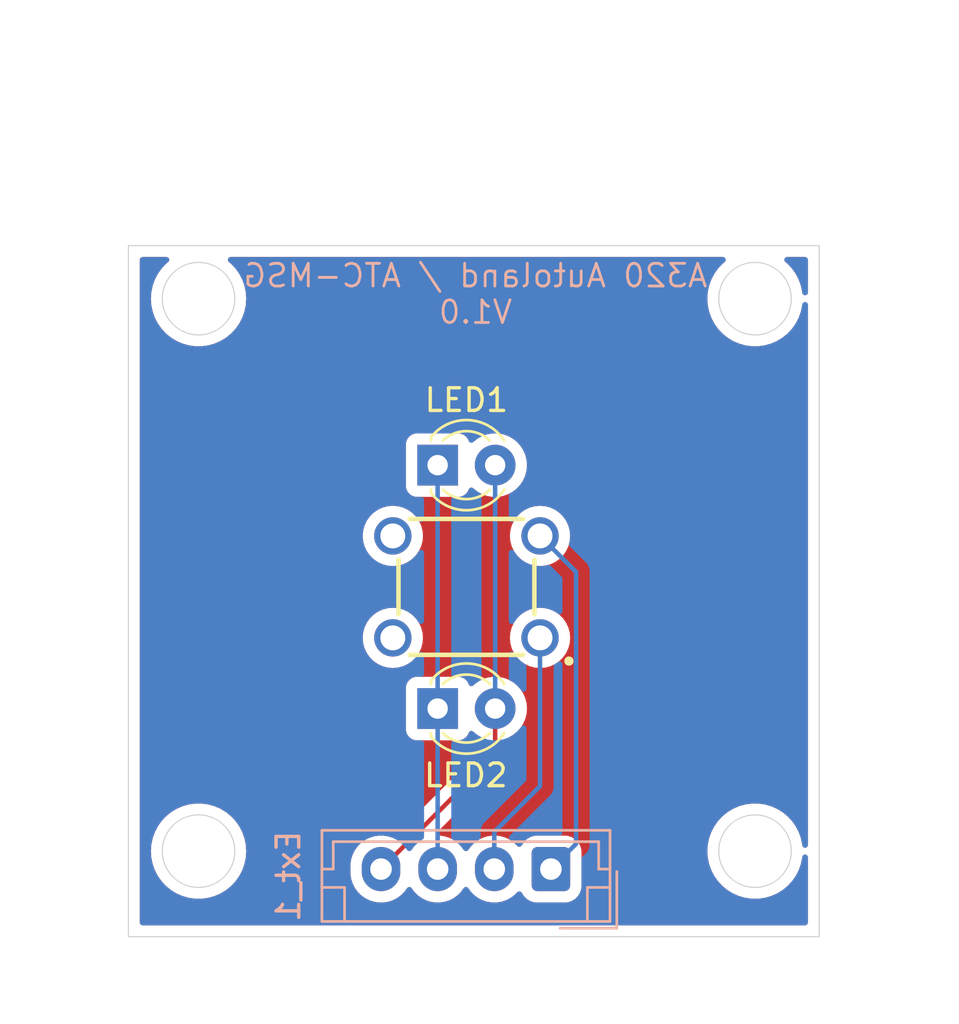
<source format=kicad_pcb>
(kicad_pcb (version 20240108) (generator "pcbnew") (generator_version "8.0")
  (title_block (title "A320 Autoland / ATC-MSG") (date "2024-11-18") (rev "V1.0") (company "S.K.") (comment 1 "Used on Warning left and right as Autoland and ATC-MSG"))
  (layers (0 "F.Cu" signal) (31 "B.Cu" signal) (34 "B.Paste" user) (35 "F.Paste" user) (36 "B.SilkS" user "B.Silkscreen") (37 "F.SilkS" user "F.Silkscreen") (38 "B.Mask" user) (39 "F.Mask" user) (44 "Edge.Cuts" user))
  (net 0 "")
  (net 1 "Net-(Ext_1-Pin_4)")
  (net 2 "Net-(Ext_1-Pin_2)")
  (net 3 "Net-(Ext_1-Pin_3)")
  (net 4 "Net-(Ext_1-Pin_1)")
  (footprint "LED_THT:LED_D3.0mm" (layer "F.Cu") (at 101.42 58.6379)
    (property "Reference" "LED1" (at 1.27 -2.8702 0) (layer "F.SilkS"))
    (property "Value" "Red" (hide yes))
    (fp_line (start -0.29 -1.236) (end -0.29 -1.08) (stroke (width 0.12)) (layer "F.SilkS"))
    (fp_line (start -0.29 1.08) (end -0.29 1.236) (stroke (width 0.12)) (layer "F.SilkS"))
    (fp_arc (start -0.29 -1.235516) (mid 1.366487 -1.987659) (end 2.942335 -1.078608) (stroke (width 0.12)) (layer "F.SilkS"))
    (fp_arc (start 0.229039 -1.08) (mid 1.270117 -1.5) (end 2.31113 -1.079837) (stroke (width 0.12)) (layer "F.SilkS"))
    (fp_arc (start 2.31113 1.079837) (mid 1.270117 1.5) (end 0.229039 1.08) (stroke (width 0.12)) (layer "F.SilkS"))
    (fp_arc (start 2.942335 1.078608) (mid 1.366487 1.987659) (end -0.29 1.235516) (stroke (width 0.12)) (layer "F.SilkS"))
    (pad "1" thru_hole rect (at 0 0) (size 1.8 1.8) (drill 0.9) (layers "*.Cu" "*.Mask") (net 3 "Net-(Ext_1-Pin_3)"))
    (pad "2" thru_hole circle (at 2.54 0) (size 1.8 1.8) (drill 0.9) (layers "*.Cu" "*.Mask") (net 1 "Net-(Ext_1-Pin_4)"))
  )
  (footprint "LED_THT:LED_D3.0mm" (layer "F.Cu") (at 101.42 69.3821)
    (property "Reference" "LED2" (at 1.2446 2.9464 0) (layer "F.SilkS"))
    (property "Value" "Red" (hide yes))
    (fp_line (start -0.29 -1.236) (end -0.29 -1.08) (stroke (width 0.12)) (layer "F.SilkS"))
    (fp_line (start -0.29 1.08) (end -0.29 1.236) (stroke (width 0.12)) (layer "F.SilkS"))
    (fp_arc (start -0.29 -1.235516) (mid 1.366487 -1.987659) (end 2.942335 -1.078608) (stroke (width 0.12)) (layer "F.SilkS"))
    (fp_arc (start 0.229039 -1.08) (mid 1.270117 -1.5) (end 2.31113 -1.079837) (stroke (width 0.12)) (layer "F.SilkS"))
    (fp_arc (start 2.31113 1.079837) (mid 1.270117 1.5) (end 0.229039 1.08) (stroke (width 0.12)) (layer "F.SilkS"))
    (fp_arc (start 2.942335 1.078608) (mid 1.366487 1.987659) (end -0.29 1.235516) (stroke (width 0.12)) (layer "F.SilkS"))
    (pad "1" thru_hole rect (at 0 0) (size 1.8 1.8) (drill 0.9) (layers "*.Cu" "*.Mask") (net 3 "Net-(Ext_1-Pin_3)"))
    (pad "2" thru_hole circle (at 2.54 0) (size 1.8 1.8) (drill 0.9) (layers "*.Cu" "*.Mask") (net 1 "Net-(Ext_1-Pin_4)"))
  )
  (footprint "SamacSys_Parts:B3F1000" (layer "F.Cu") (at 102.6912 64.0121)
    (property "Reference" "SW_1" (hide yes))
    (property "Value" "B3F-1055" (hide yes))
    (fp_line (start -3 -1.2) (end -3 1.2) (stroke (width 0.2)) (layer "F.SilkS"))
    (fp_line (start -2.5 -3) (end 2.5 -3) (stroke (width 0.2)) (layer "F.SilkS"))
    (fp_line (start -2.5 3) (end 2.5 3) (stroke (width 0.2)) (layer "F.SilkS"))
    (fp_line (start 3 -1.2) (end 3 1.2) (stroke (width 0.2)) (layer "F.SilkS"))
    (fp_circle (center 4.527 3.273) (end 4.527 3.37588) (stroke (width 0.2)) (fill none) (layer "F.SilkS"))
    (pad "1" thru_hole circle (at 3.25 2.25) (size 1.65 1.65) (drill 1.1) (layers "*.Cu" "*.Mask") (net 2 "Net-(Ext_1-Pin_2)"))
    (pad "2" thru_hole circle (at -3.25 2.25) (size 1.65 1.65) (drill 1.1) (layers "*.Cu" "*.Mask"))
    (pad "3" thru_hole circle (at 3.25 -2.25) (size 1.65 1.65) (drill 1.1) (layers "*.Cu" "*.Mask") (net 4 "Net-(Ext_1-Pin_1)"))
    (pad "4" thru_hole circle (at -3.25 -2.25) (size 1.65 1.65) (drill 1.1) (layers "*.Cu" "*.Mask"))
  )
  (footprint "Connector_JST:JST_EH_B4B-EH-A_1x04_P2.50mm_Vertical" (layer "B.Cu") (at 106.42109 76.46605 180)
    (property "Reference" "Ext_1" (at 11.59 -0.32 90) (layer "B.SilkS") (effects (justify mirror)))
    (property "Value" "Pin Header 1x04" (hide yes))
    (fp_line (start 10.11 1.71) (end 10.11 -2.31) (stroke (width 0.12)) (layer "B.SilkS"))
    (fp_line (start 10.11 0) (end 9.61 0) (stroke (width 0.12)) (layer "B.SilkS"))
    (fp_line (start 10.11 -2.31) (end -2.61 -2.31) (stroke (width 0.12)) (layer "B.SilkS"))
    (fp_line (start 9.61 1.21) (end -2.11 1.21) (stroke (width 0.12)) (layer "B.SilkS"))
    (fp_line (start 9.61 0) (end 9.61 1.21) (stroke (width 0.12)) (layer "B.SilkS"))
    (fp_line (start 9.11 -0.81) (end 10.11 -0.81) (stroke (width 0.12)) (layer "B.SilkS"))
    (fp_line (start 9.11 -2.31) (end 9.11 -0.81) (stroke (width 0.12)) (layer "B.SilkS"))
    (fp_line (start -0.41 -2.61) (end -2.91 -2.61) (stroke (width 0.12)) (layer "B.SilkS"))
    (fp_line (start -1.61 -0.81) (end -2.61 -0.81) (stroke (width 0.12)) (layer "B.SilkS"))
    (fp_line (start -1.61 -2.31) (end -1.61 -0.81) (stroke (width 0.12)) (layer "B.SilkS"))
    (fp_line (start -2.11 1.21) (end -2.11 0) (stroke (width 0.12)) (layer "B.SilkS"))
    (fp_line (start -2.11 0) (end -2.61 0) (stroke (width 0.12)) (layer "B.SilkS"))
    (fp_line (start -2.61 1.71) (end 10.11 1.71) (stroke (width 0.12)) (layer "B.SilkS"))
    (fp_line (start -2.61 -2.31) (end -2.61 1.71) (stroke (width 0.12)) (layer "B.SilkS"))
    (fp_line (start -2.91 -2.61) (end -2.91 -0.11) (stroke (width 0.12)) (layer "B.SilkS"))
    (pad "1" thru_hole roundrect (at 0 0 180) (size 1.7 1.95) (drill 0.95) (layers "*.Cu" "*.Mask") (roundrect_rratio 0.147059) (net 4 "Net-(Ext_1-Pin_1)"))
    (pad "2" thru_hole oval (at 2.5 0 180) (size 1.7 1.95) (drill 0.95) (layers "*.Cu" "*.Mask") (net 2 "Net-(Ext_1-Pin_2)"))
    (pad "3" thru_hole oval (at 5 0 180) (size 1.7 1.95) (drill 0.95) (layers "*.Cu" "*.Mask") (net 3 "Net-(Ext_1-Pin_3)"))
    (pad "4" thru_hole oval (at 7.5 0 180) (size 1.7 1.95) (drill 0.95) (layers "*.Cu" "*.Mask") (net 1 "Net-(Ext_1-Pin_4)"))
  )
  (gr_rect (start 87.76864 48.95004) (end 118.26864 79.45004) (stroke (width 0.05)) (fill none) (layer "Edge.Cuts"))
  (gr_circle (center 115.432886 75.67465) (end 117.032886 75.67465) (stroke (width 0.05)) (fill none) (layer "Edge.Cuts"))
  (gr_circle (center 115.432886 51.29065) (end 117.032886 51.29065) (stroke (width 0.05)) (fill none) (layer "Edge.Cuts"))
  (gr_circle (center 90.86469 75.67465) (end 92.46469 75.67465) (stroke (width 0.05)) (fill none) (layer "Edge.Cuts"))
  (gr_circle (center 90.86469 51.29065) (end 92.46469 51.29065) (stroke (width 0.05)) (fill none) (layer "Edge.Cuts"))
  (gr_text "${TITLE}\n${REVISION}" (at 103.09 52.47 0) (layer "B.SilkS") (effects (font (size 1 1) (thickness 0.125)) (justify bottom mirror)))
  (segment (start 103.96 69.3821) (end 103.96 71.42714) (width 0.2) (layer "F.Cu") (net 1))
  (segment (start 103.96 71.42714) (end 98.92109 76.46605) (width 0.2) (layer "F.Cu") (net 1))
  (segment (start 103.96 58.6379) (end 103.96 69.3821) (width 0.2) (layer "B.Cu") (net 1))
  (segment (start 103.92109 74.82605) (end 105.9412 72.80594) (width 0.2) (layer "B.Cu") (net 2))
  (segment (start 103.92109 76.46605) (end 103.92109 74.82605) (width 0.2) (layer "B.Cu") (net 2))
  (segment (start 105.9412 72.80594) (end 105.9412 66.2621) (width 0.2) (layer "B.Cu") (net 2))
  (segment (start 101.42109 76.46605) (end 101.42109 69.38319) (width 0.2) (layer "B.Cu") (net 3))
  (segment (start 101.42 69.3821) (end 101.42 58.6379) (width 0.2) (layer "B.Cu") (net 3))
  (segment (start 101.42109 69.38319) (end 101.42 69.3821) (width 0.2) (layer "B.Cu") (net 3))
  (segment (start 106.42109 76.46605) (end 107.53109 75.35605) (width 0.2) (layer "B.Cu") (net 4))
  (segment (start 107.53109 63.35199) (end 105.9412 61.7621) (width 0.2) (layer "B.Cu") (net 4))
  (segment (start 107.53109 75.35605) (end 107.53109 63.35199) (width 0.2) (layer "B.Cu") (net 4))
  (zone (net 0) (net_name "") (layer "F.Cu") (connect_pads (clearance 0.5)) (min_thickness 0.25) (fill yes (thermal_gap 0.5) (thermal_bridge_width 0.5) (island_removal_mode 1) (island_area_min 10))
    (polygon (pts (xy 119.34 48.12) (xy 119.34 80.14) (xy 119.07 80.41) (xy 86.86 80.41) (xy 86.47 80.02) (xy 86.47 48.12)))
  )
  (zone (net 0) (net_name "") (layer "B.Cu") (priority 1) (connect_pads (clearance 0.5)) (min_thickness 0.25) (fill yes (thermal_gap 0.5) (thermal_bridge_width 0.5) (island_removal_mode 1) (island_area_min 10))
    (polygon (pts (xy 85.9 47.43) (xy 119.8 47.43) (xy 119.8 81.12) (xy 119.73 81.19) (xy 86.51 81.19) (xy 85.32 80) (xy 85.32 48.17) (xy 86.09 47.4) (xy 85.93 47.4)))
  )
)
</source>
